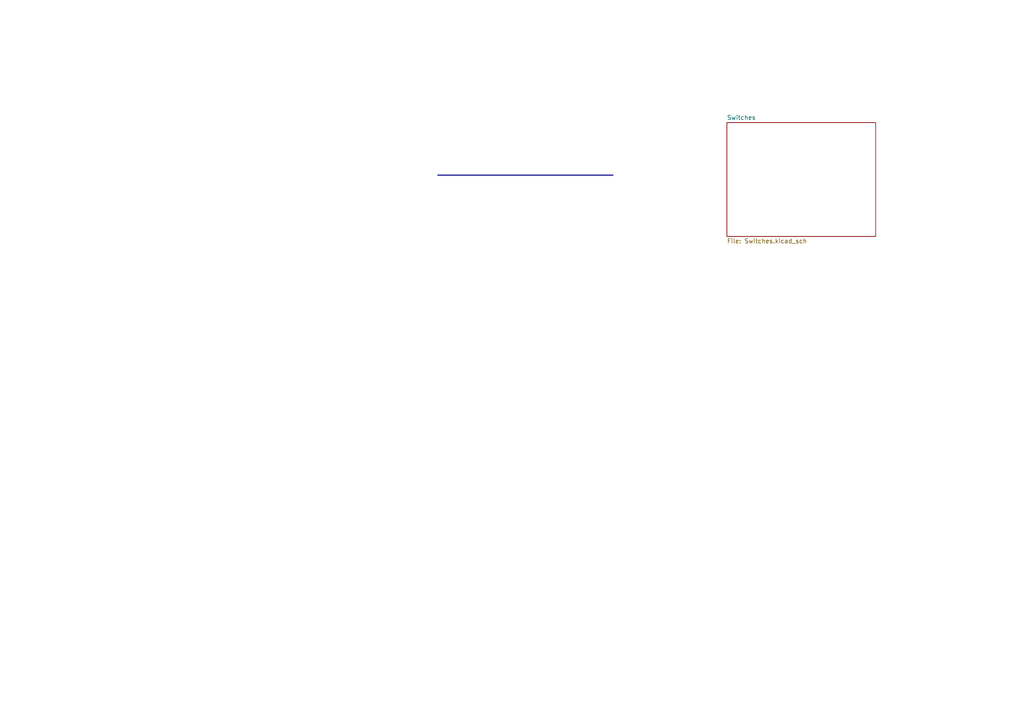
<source format=kicad_sch>
(kicad_sch
	(version 20250114)
	(generator "eeschema")
	(generator_version "9.0")
	(uuid "a2bfbea0-d5f2-42a9-9f8e-71fb4081dbd9")
	(paper "A4")
	(lib_symbols)
	(bus
		(pts
			(xy 127 50.8) (xy 177.8 50.8)
		)
		(stroke
			(width 0)
			(type default)
		)
		(uuid "35de5cbb-ea69-4c05-94ff-6f4e06defa70")
	)
	(sheet
		(at 210.82 35.56)
		(size 43.18 33.02)
		(exclude_from_sim no)
		(in_bom yes)
		(on_board yes)
		(dnp no)
		(fields_autoplaced yes)
		(stroke
			(width 0.1524)
			(type solid)
		)
		(fill
			(color 0 0 0 0.0000)
		)
		(uuid "8dc63db3-bdf2-4beb-8698-0f2866d48a1a")
		(property "Sheetname" "Switches"
			(at 210.82 34.8484 0)
			(effects
				(font
					(size 1.27 1.27)
				)
				(justify left bottom)
			)
		)
		(property "Sheetfile" "Switches.kicad_sch"
			(at 210.82 69.1646 0)
			(effects
				(font
					(size 1.27 1.27)
				)
				(justify left top)
			)
		)
		(instances
			(project "KB01"
				(path "/a2bfbea0-d5f2-42a9-9f8e-71fb4081dbd9"
					(page "2")
				)
			)
		)
	)
	(sheet_instances
		(path "/"
			(page "1")
		)
	)
	(embedded_fonts no)
)

</source>
